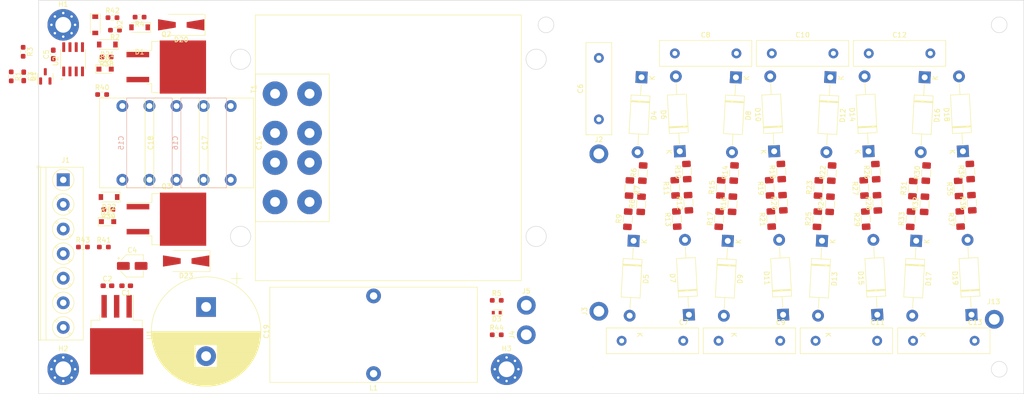
<source format=kicad_pcb>
(kicad_pcb (version 20211014) (generator pcbnew)
  (layers (0 "F.Cu" signal) (31 "B.Cu" signal) (34 "B.Paste" user) (35 "F.Paste" user) (36 "B.SilkS" user "B.Silkscreen") (37 "F.SilkS" user "F.Silkscreen") (38 "B.Mask" user) (39 "F.Mask" user) (44 "Edge.Cuts" user))
  (net 0 "")
  (net 1 "VCC")
  (net 2 "GND")
  (net 3 "+12V")
  (net 4 "Net-(C3-Pad1)")
  (net 5 "/HV_AC")
  (net 6 "Net-(C6-Pad2)")
  (net 7 "Net-(C7-Pad1)")
  (net 8 "Net-(C7-Pad2)")
  (net 9 "Net-(C10-Pad1)")
  (net 10 "Net-(C11-Pad1)")
  (net 11 "Net-(C10-Pad2)")
  (net 12 "Net-(C11-Pad2)")
  (net 13 "Net-(C12-Pad2)")
  (net 14 "/HV_OUT")
  (net 15 "/T_A")
  (net 16 "/T_B")
  (net 17 "VBUS")
  (net 18 "Net-(D1-Pad1)")
  (net 19 "GND1")
  (net 20 "Net-(D6-Pad1)")
  (net 21 "Net-(D16-Pad2)")
  (net 22 "Net-(J1-Pad5)")
  (net 23 "/T_TAP")
  (net 24 "Net-(R6-Pad1)")
  (net 25 "Net-(R7-Pad1)")
  (net 26 "Net-(R8-Pad1)")
  (net 27 "Net-(R10-Pad1)")
  (net 28 "Net-(R11-Pad1)")
  (net 29 "Net-(R12-Pad1)")
  (net 30 "Net-(R14-Pad1)")
  (net 31 "Net-(R15-Pad1)")
  (net 32 "Net-(R16-Pad1)")
  (net 33 "Net-(R18-Pad1)")
  (net 34 "Net-(R19-Pad1)")
  (net 35 "Net-(R20-Pad1)")
  (net 36 "Net-(R22-Pad1)")
  (net 37 "Net-(R23-Pad1)")
  (net 38 "Net-(R24-Pad1)")
  (net 39 "Net-(R26-Pad1)")
  (net 40 "Net-(R27-Pad1)")
  (net 41 "Net-(R28-Pad1)")
  (net 42 "Net-(R30-Pad1)")
  (net 43 "Net-(R31-Pad1)")
  (net 44 "Net-(R32-Pad1)")
  (net 45 "Net-(R34-Pad1)")
  (net 46 "Net-(R35-Pad1)")
  (net 47 "Net-(R36-Pad1)")
  (net 48 "Net-(D4-Pad2)")
  (net 49 "Net-(D8-Pad2)")
  (net 50 "Net-(D10-Pad1)")
  (net 51 "Net-(D12-Pad2)")
  (net 52 "Net-(D14-Pad1)")
  (net 53 "Net-(D18-Pad1)")
  (net 54 "Net-(D19-Pad2)")
  (net 55 "Net-(D5-Pad1)")
  (net 56 "Net-(D7-Pad2)")
  (net 57 "Net-(D9-Pad1)")
  (net 58 "Net-(D11-Pad2)")
  (net 59 "Net-(D13-Pad1)")
  (net 60 "Net-(D15-Pad2)")
  (net 61 "Net-(D17-Pad1)")
  (net 62 "Net-(D23-Pad2)")
  (net 63 "Net-(D2-Pad1)")
  (net 64 "Net-(D20-Pad2)")
  (net 65 "Net-(D21-Pad2)")
  (net 66 "Net-(D21-Pad1)")
  (net 67 "Net-(D22-Pad1)")
  (net 68 "Net-(D22-Pad2)")
  (footprint "Diode_THT:D_DO-15_P15.24mm_Horizontal" (layer "F.Cu") (at 159.026243 68.889968 -93)
    (fp_text reference "D13" (at 7.62 -2.92 87) (layer "F.SilkS"))
    (fp_text value "D")
    (fp_text user "K" (at 0 -2.2 87) (layer "F.SilkS"))
    (pad "1" thru_hole rect (at 0 0 267) (size 2.4 2.4) (drill 1.2) (layers *.Cu *.Mask) (net 59 "Net-(D13-Pad1)"))
    (pad "2" thru_hole oval (at 15.24 0 267) (size 2.4 2.4) (drill 1.2) (layers *.Cu *.Mask) (net 10 "Net-(C11-Pad1)"))
  )
  (footprint "HV_caps:HVC-30KV-D17-F12.5-102K" (layer "F.Cu") (at 129.154466 30.801376)
    (fp_text reference "C8" (at 6.25 -3.75) (layer "F.SilkS"))
    (fp_text value "C")
    (pad "1" thru_hole circle (at 0 0) (size 2 2) (drill 1) (layers *.Cu *.Mask) (net 6 "Net-(C6-Pad2)"))
    (pad "2" thru_hole circle (at 12.5 0) (size 2 2) (drill 1) (layers *.Cu *.Mask) (net 9 "Net-(C10-Pad1)"))
  )
  (footprint "Capacitor_SMD:C_0603_1608Metric_Pad1.08x0.95mm_HandSolder" (layer "F.Cu") (at -3.02 35.475 -90)
    (fp_text reference "C3" (at 0 -1.43 -270) (layer "F.SilkS"))
    (fp_text value "1u")
    (pad "1" smd roundrect (at -0.8625 0 270) (size 1.075 0.95) (layers "F.Cu" "F.Paste" "F.Mask") (net 4 "Net-(C3-Pad1)"))
    (pad "2" smd roundrect (at 0.8625 0 270) (size 1.075 0.95) (layers "F.Cu" "F.Paste" "F.Mask") (net 2 "GND"))
  )
  (footprint "Package_TO_SOT_SMD:TO-263-3_TabPin2" (layer "F.Cu") (at 15.84 87.985 -90)
    (fp_text reference "U1" (at 0 -6.65 90) (layer "F.SilkS"))
    (fp_text value "L7812")
    (pad "1" smd rect (at -5.775 -2.54 270) (size 4.6 1.1) (layers "F.Cu" "F.Paste" "F.Mask") (net 1 "VCC"))
    (pad "2" smd rect (at -5.775 0 270) (size 4.6 1.1) (layers "F.Cu" "F.Paste" "F.Mask") (net 2 "GND"))
    (pad "2" smd rect (at 3.375 0 270) (size 9.4 10.8) (layers "F.Cu" "F.Mask") (net 2 "GND"))
    (pad "3" smd rect (at -5.775 2.54 270) (size 4.6 1.1) (layers "F.Cu" "F.Paste" "F.Mask") (net 3 "+12V"))
  )
  (footprint "MountingHole:MountingHole_3.2mm_M3_Pad_Via" (layer "F.Cu") (at 5 95)
    (fp_text reference "H2" (at 0 -4.2) (layer "F.SilkS"))
    (fp_text value "MountingHole_Pad")
    (pad "1" thru_hole circle (at -2.4 0) (size 0.8 0.8) (drill 0.5) (layers *.Cu *.Mask) (net 2 "GND"))
    (pad "1" thru_hole circle (at 2.4 0) (size 0.8 0.8) (drill 0.5) (layers *.Cu *.Mask) (net 2 "GND"))
    (pad "1" thru_hole circle (at -1.697056 -1.697056) (size 0.8 0.8) (drill 0.5) (layers *.Cu *.Mask) (net 2 "GND"))
    (pad "1" thru_hole circle (at 0 0) (size 6.4 6.4) (drill 3.2) (layers *.Cu *.Mask) (net 2 "GND"))
    (pad "1" thru_hole circle (at 0 2.4) (size 0.8 0.8) (drill 0.5) (layers *.Cu *.Mask) (net 2 "GND"))
    (pad "1" thru_hole circle (at 0 -2.4) (size 0.8 0.8) (drill 0.5) (layers *.Cu *.Mask) (net 2 "GND"))
    (pad "1" thru_hole circle (at -1.697056 1.697056) (size 0.8 0.8) (drill 0.5) (layers *.Cu *.Mask) (net 2 "GND"))
    (pad "1" thru_hole circle (at 1.697056 1.697056) (size 0.8 0.8) (drill 0.5) (layers *.Cu *.Mask) (net 2 "GND"))
    (pad "1" thru_hole circle (at 1.697056 -1.697056) (size 0.8 0.8) (drill 0.5) (layers *.Cu *.Mask) (net 2 "GND"))
  )
  (footprint "Diode_SMD:D_SOD-523" (layer "F.Cu") (at 93 83.5 180)
    (fp_text reference "D3" (at 0 -1.3) (layer "F.SilkS"))
    (fp_text value "DZ2S150X0L")
    (pad "1" smd rect (at -0.7 0) (size 0.6 0.7) (layers "F.Cu" "F.Paste" "F.Mask") (net 7 "Net-(C7-Pad1)"))
    (pad "2" smd rect (at 0.7 0) (size 0.6 0.7) (layers "F.Cu" "F.Paste" "F.Mask") (net 19 "GND1"))
  )
  (footprint "Diode_SMD:D_SMA-SMB_Universal_Handsoldering" (layer "F.Cu") (at 29.945 73 180)
    (fp_text reference "D23" (at 0 -3) (layer "F.SilkS"))
    (fp_text value "ES1J")
    (pad "1" smd trapezoid (at -2.9 0 180) (size 3.6 1.7) (rect_delta 0.6 0) (layers "F.Cu" "F.Paste" "F.Mask") (net 16 "/T_B"))
    (pad "2" smd trapezoid (at 2.9 0) (size 3.6 1.7) (rect_delta 0.6 0) (layers "F.Cu" "F.Paste" "F.Mask") (net 62 "Net-(D23-Pad2)"))
  )
  (footprint "Package_TO_SOT_SMD:TO-263-2" (layer "F.Cu") (at 25.945 64.5)
    (fp_text reference "Q3" (at 0 -6.65) (layer "F.SilkS"))
    (fp_text value "IRFS4227")
    (pad "1" smd rect (at -5.775 -2.54) (size 4.6 1.1) (layers "F.Cu" "F.Paste" "F.Mask") (net 68 "Net-(D22-Pad2)"))
    (pad "2" smd rect (at 3.375 0) (size 9.4 10.8) (layers "F.Cu" "F.Mask") (net 16 "/T_B"))
    (pad "3" smd rect (at -5.775 2.54) (size 4.6 1.1) (layers "F.Cu" "F.Paste" "F.Mask") (net 2 "GND"))
  )
  (footprint "HV_xformer:UY12" (layer "F.Cu") (at 71 50)
    (fp_text reference "T1" (at -27.305 -11.965 90 unlocked) (layer "F.SilkS"))
    (fp_text value "UY12")
    (pad "1" thru_hole circle (at -16 -11) (size 5 5) (drill 2) (layers *.Cu *.Mask) (net 15 "/T_A"))
    (pad "1" thru_hole circle (at -23 -11) (size 5 5) (drill 2) (layers *.Cu *.Mask) (net 15 "/T_A"))
    (pad "2" thru_hole circle (at -16 -3) (size 5 5) (drill 2) (layers *.Cu *.Mask) (net 23 "/T_TAP"))
    (pad "2" thru_hole circle (at -23 -3) (size 5 5) (drill 2) (layers *.Cu *.Mask) (net 23 "/T_TAP"))
    (pad "3" thru_hole circle (at -23 3) (size 5 5) (drill 2) (layers *.Cu *.Mask) (net 23 "/T_TAP"))
    (pad "3" thru_hole circle (at -16 3) (size 5 5) (drill 2) (layers *.Cu *.Mask) (net 23 "/T_TAP"))
    (pad "4" thru_hole circle (at -23 11) (size 5 5) (drill 2) (layers *.Cu *.Mask) (net 16 "/T_B"))
    (pad "4" thru_hole circle (at -16 11) (size 5 5) (drill 2) (layers *.Cu *.Mask) (net 16 "/T_B"))
  )
  (footprint "Capacitor_THT:C_Rect_L18.0mm_W9.0mm_P15.00mm_FKS3_FKP3" (layer "F.Cu") (at 17 41.5 -90)
    (fp_text reference "C18" (at 7.5 -5.75 -90) (layer "F.SilkS"))
    (fp_text value "330n")
    (pad "1" thru_hole circle (at 0 0 270) (size 2.4 2.4) (drill 1.2) (layers *.Cu *.Mask) (net 15 "/T_A"))
    (pad "2" thru_hole circle (at 15 0 270) (size 2.4 2.4) (drill 1.2) (layers *.Cu *.Mask) (net 16 "/T_B"))
  )
  (footprint "Resistor_SMD:R_1206_3216Metric_Pad1.30x1.75mm_HandSolder" (layer "F.Cu") (at 151.101763 61.158532 93)
    (fp_text reference "R20" (at 0 -1.82 93) (layer "F.SilkS"))
    (fp_text value "10k")
    (pad "1" smd roundrect (at -1.55 0 93) (size 1.3 1.75) (layers "F.Cu" "F.Paste" "F.Mask") (roundrect_rratio 0.192308) (net 35 "Net-(R20-Pad1)"))
    (pad "2" smd roundrect (at 1.55 0 93) (size 1.3 1.75) (layers "F.Cu" "F.Paste" "F.Mask") (roundrect_rratio 0.192308) (net 34 "Net-(R19-Pad1)"))
  )
  (footprint "MountingHole:MountingHole_2.2mm_M2_DIN965_Pad" (layer "F.Cu") (at 99 88 90)
    (fp_text reference "J4" (at 0 -2.9 90) (layer "F.SilkS"))
    (fp_text value "MountingHole_Pad" hide)
    (pad "1" thru_hole circle (at 0 0 90) (size 3.8 3.8) (drill 2.2) (layers *.Cu *.Mask) (net 19 "GND1"))
  )
  (footprint "HV_caps:HVC-30KV-D17-F12.5-102K" (layer "F.Cu") (at 168.524466 30.801376)
    (fp_text reference "C12" (at 6.25 -3.75) (layer "F.SilkS"))
    (fp_text value "C")
    (pad "1" thru_hole circle (at 0 0) (size 2 2) (drill 1) (layers *.Cu *.Mask) (net 11 "Net-(C10-Pad2)"))
    (pad "2" thru_hole circle (at 12.5 0) (size 2 2) (drill 1) (layers *.Cu *.Mask) (net 13 "Net-(C12-Pad2)"))
  )
  (footprint "Capacitor_SMD:C_0603_1608Metric_Pad1.08x0.95mm_HandSolder" (layer "F.Cu") (at 17.78 78.035 180)
    (fp_text reference "C1" (at 0 -1.43) (layer "F.SilkS"))
    (fp_text value "330n")
    (pad "1" smd roundrect (at -0.8625 0 180) (size 1.075 0.95) (layers "F.Cu" "F.Paste" "F.Mask") (net 1 "VCC"))
    (pad "2" smd roundrect (at 0.8625 0 180) (size 1.075 0.95) (layers "F.Cu" "F.Paste" "F.Mask") (net 2 "GND"))
  )
  (footprint "Resistor_SMD:R_1206_3216Metric_Pad1.30x1.75mm_HandSolder" (layer "F.Cu") (at 140.856909 61.458687 87)
    (fp_text reference "R16" (at 0 -1.82 87) (layer "F.SilkS"))
    (fp_text value "10k")
    (pad "1" smd roundrect (at -1.55 0 87) (size 1.3 1.75) (layers "F.Cu" "F.Paste" "F.Mask") (roundrect_rratio 0.192308) (net 32 "Net-(R16-Pad1)"))
    (pad "2" smd roundrect (at 1.55 0 87) (size 1.3 1.75) (layers "F.Cu" "F.Paste" "F.Mask") (roundrect_rratio 0.192308) (net 31 "Net-(R15-Pad1)"))
  )
  (footprint "Diode_SMD:D_SOD-123" (layer "F.Cu") (at 13.945 29 180)
    (fp_text reference "D21" (at 0 -2) (layer "F.SilkS"))
    (fp_text value "1N4148W")
    (pad "1" smd rect (at -1.65 0 180) (size 0.9 1.2) (layers "F.Cu" "F.Paste" "F.Mask") (net 66 "Net-(D21-Pad1)"))
    (pad "2" smd rect (at 1.65 0 180) (size 0.9 1.2) (layers "F.Cu" "F.Paste" "F.Mask") (net 65 "Net-(D21-Pad2)"))
  )
  (footprint "Resistor_SMD:R_0603_1608Metric_Pad0.98x0.95mm_HandSolder" (layer "F.Cu") (at 13.8075 31.54 180)
    (fp_text reference "R38" (at 0 -1.43) (layer "F.SilkS"))
    (fp_text value "10")
    (pad "1" smd roundrect (at -0.9125 0 180) (size 0.975 0.95) (layers "F.Cu" "F.Paste" "F.Mask") (net 65 "Net-(D21-Pad2)"))
    (pad "2" smd roundrect (at 0.9125 0 180) (size 0.975 0.95) (layers "F.Cu" "F.Paste" "F.Mask") (net 66 "Net-(D21-Pad1)"))
  )
  (footprint "Resistor_SMD:R_1206_3216Metric_Pad1.30x1.75mm_HandSolder" (layer "F.Cu") (at 122.314541 61.472754 87)
    (fp_text reference "R8" (at 0 -1.82 87) (layer "F.SilkS"))
    (fp_text value "10k")
    (pad "1" smd roundrect (at -1.55 0 87) (size 1.3 1.75) (layers "F.Cu" "F.Paste" "F.Mask") (roundrect_rratio 0.192308) (net 26 "Net-(R8-Pad1)"))
    (pad "2" smd roundrect (at 1.55 0 87) (size 1.3 1.75) (layers "F.Cu" "F.Paste" "F.Mask") (roundrect_rratio 0.192308) (net 25 "Net-(R7-Pad1)"))
  )
  (footprint "Resistor_SMD:R_1206_3216Metric_Pad1.30x1.75mm_HandSolder" (layer "F.Cu") (at 150.76943 54.817235 93)
    (fp_text reference "R18" (at 0 -1.82 93) (layer "F.SilkS"))
    (fp_text value "10k")
    (pad "1" smd roundrect (at -1.55 0 93) (size 1.3 1.75) (layers "F.Cu" "F.Paste" "F.Mask") (roundrect_rratio 0.192308) (net 33 "Net-(R18-Pad1)"))
    (pad "2" smd roundrect (at 1.55 0 93) (size 1.3 1.75) (layers "F.Cu" "F.Paste" "F.Mask") (roundrect_rratio 0.192308) (net 50 "Net-(D10-Pad1)"))
  )
  (footprint "MountingHole:MountingHole_3.2mm_M3_Pad_Via" (layer "F.Cu") (at 95 95)
    (fp_text reference "H3" (at 0 -4.2) (layer "F.SilkS"))
    (fp_text value "MountingHole_Pad")
    (pad "1" thru_hole circle (at -1.697056 1.697056) (size 0.8 0.8) (drill 0.5) (layers *.Cu *.Mask) (net 2 "GND"))
    (pad "1" thru_hole circle (at -2.4 0) (size 0.8 0.8) (drill 0.5) (layers *.Cu *.Mask) (net 2 "GND"))
    (pad "1" thru_hole circle (at 1.697056 -1.697056) (size 0.8 0.8) (drill 0.5) (layers *.Cu *.Mask) (net 2 "GND"))
    (pad "1" thru_hole circle (at -1.697056 -1.697056) (size 0.8 0.8) (drill 0.5) (layers *.Cu *.Mask) (net 2 "GND"))
    (pad "1" thru_hole circle (at 0 2.4) (size 0.8 0.8) (drill 0.5) (layers *.Cu *.Mask) (net 2 "GND"))
    (pad "1" thru_hole circle (at 0 -2.4) (size 0.8 0.8) (drill 0.5) (layers *.Cu *.Mask) (net 2 "GND"))
    (pad "1" thru_hole circle (at 0 0) (size 6.4 6.4) (drill 3.2) (layers *.Cu *.Mask) (net 2 "GND"))
    (pad "1" thru_hole circle (at 2.4 0) (size 0.8 0.8) (drill 0.5) (layers *.Cu *.Mask) (net 2 "GND"))
    (pad "1" thru_hole circle (at 1.697056 1.697056) (size 0.8 0.8) (drill 0.5) (layers *.Cu *.Mask) (net 2 "GND"))
  )
  (footprint "Package_TO_SOT_SMD:SOT-23" (layer "F.Cu") (at 1.36 35.475 90)
    (fp_text reference "Q1" (at 0 -2.4 90) (layer "F.SilkS"))
    (fp_text value "2N7002")
    (pad "1" smd roundrect (at -0.9375 -0.95 90) (size 1.475 0.6) (layers "F.Cu" "F.Paste" "F.Mask") (net 63 "Net-(D2-Pad1)"))
    (pad "2" smd roundrect (at -0.9375 0.95 90) (size 1.475 0.6) (layers "F.Cu" "F.Paste" "F.Mask") (net 2 "GND"))
    (pad "3" smd roundrect (at 0.9375 0 90) (size 1.475 0.6) (layers "F.Cu" "F.Paste" "F.Mask") (net 18 "Net-(D1-Pad1)"))
  )
  (footprint "Resistor_SMD:R_1206_3216Metric_Pad1.30x1.75mm_HandSolder" (layer "F.Cu") (at 148.731411 64.462114 93)
    (fp_text reference "R21" (at 0 -1.82 93) (layer "F.SilkS"))
    (fp_text value "10k")
    (pad "1" smd roundrect (at -1.55 0 93) (size 1.3 1.75) (layers "F.Cu" "F.Paste" "F.Mask") (roundrect_rratio 0.192308) (net 58 "Net-(D11-Pad2)"))
    (pad "2" smd roundrect (at 1.55 0 93) (size 1.3 1.75) (layers "F.Cu" "F.Paste" "F.Mask") (roundrect_rratio 0.192308) (net 35 "Net-(R20-Pad1)"))
  )
  (footprint "Capacitor_SMD:C_0603_1608Metric_Pad1.08x0.95mm_HandSolder" (layer "F.Cu") (at 2.9775 31.015 90)
    (fp_text reference "C5" (at 0 -1.43 90) (layer "F.SilkS"))
    (fp_text value "100n")
    (pad "1" smd roundrect (at -0.8625 0 90) (size 1.075 0.95) (layers "F.Cu" "F.Paste" "F.Mask") (net 3 "+12V"))
    (pad "2" smd roundrect (at 0.8625 0 90) (size 1.075 0.95) (layers "F.Cu" "F.Paste" "F.Mask") (net 2 "GND"))
  )
  (footprint "Resistor_SMD:R_1206_3216Metric_Pad1.30x1.75mm_HandSolder" (layer "F.Cu") (at 177.468454 58.299321 87)
    (fp_text reference "R31" (at 0 -1.82 87) (layer "F.SilkS"))
    (fp_text value "10k")
    (pad "1" smd roundrect (at -1.55 0 87) (size 1.3 1.75) (layers "F.Cu" "F.Paste" "F.Mask") (roundrect_rratio 0.192308) (net 43 "Net-(R31-Pad1)"))
    (pad "2" smd roundrect (at 1.55 0 87) (size 1.3 1.75) (layers "F.Cu" "F.Paste" "F.Mask") (roundrect_rratio 0.192308) (net 42 "Net-(R30-Pad1)"))
  )
  (footprint "Resistor_SMD:R_1206_3216Metric_Pad1.30x1.75mm_HandSolder" (layer "F.Cu") (at 129.222115 58.122241 93)
    (fp_text reference "R11" (at 0 -1.82 93) (layer "F.SilkS"))
    (fp_text value "10k")
    (pad "1" smd roundrect (at -1.55 0 93) (size 1.3 1.75) (layers "F.Cu" "F.Paste" "F.Mask") (roundrect_rratio 0.192308) (net 28 "Net-(R11-Pad1)"))
    (pad "2" smd roundrect (at 1.55 0 93) (size 1.3 1.75) (layers "F.Cu" "F.Paste" "F.Mask") (roundrect_rratio 0.192308) (net 27 "Net-(R10-Pad1)"))
  )
  (footprint "Capacitor_SMD:CP_Elec_4x5.3" (layer "F.Cu") (at 19 74)
    (fp_text reference "C4" (at 0 -3.2) (layer "F.SilkS"))
    (fp_text value "10u")
    (pad "1" smd roundrect (at -1.8 0) (size 2.6 1.6) (layers "F.Cu" "F.Paste" "F.Mask") (roundrect_rratio 0.15625) (net 3 "+12V"))
    (pad "2" smd roundrect (at 1.8 0) (size 2.6 1.6) (layers "F.Cu" "F.Paste" "F.Mask") (roundrect_rratio 0.15625) (net 2 "GND"))
  )
  (footprint "MountingHole:MountingHole_2.2mm_M2_DIN965_Pad" (layer "F.Cu") (at 113.729466 51.221376)
    (fp_text reference "J2" (at 0 -2.9) (layer "F.SilkS"))
    (fp_text value "AC_HV_1" hide)
    (pad "1" thru_hole circle (at 0 0) (size 3.8 3.8) (drill 2.2) (layers *.Cu *.Mask) (net 5 "/HV_AC"))
  )
  (footprint "Diode_THT:D_DO-15_P15.24mm_Horizontal" (layer "F.Cu") (at 149.318065 50.696546 93)
    (fp_text reference "D10" (at 7.62 -2.92 93) (layer "F.SilkS"))
    (fp_text value "D")
    (fp_text user "K" (at 0 -2.2 93) (layer "F.SilkS"))
    (pad "1" thru_hole rect (at 0 0 93) (size 2.4 2.4) (drill 1.2) (layers *.Cu *.Mask) (net 50 "Net-(D10-Pad1)"))
    (pad "2" thru_hole oval (at 15.24 0 93) (size 2.4 2.4) (drill 1.2) (layers *.Cu *.Mask) (net 9 "Net-(C10-Pad1)"))
  )
  (footprint "HV_caps:HVC-30KV-D17-F12.5-102K" (layer "F.Cu") (at 157.729466 89.221376)
    (fp_text reference "C11" (at 12.6 -3.75) (layer "F.SilkS"))
    (fp_text value "C")
    (pad "1" thru_hole circle (at 0 0) (size 2 2) (drill 1) (layers *.Cu *.Mask) (net 10 "Net-(C11-Pad1)"))
    (pad "2" thru_hole circle (at 12.5 0) (size 2 2) (drill 1) (layers *.Cu *.Mask) (net 12 "Net-(C11-Pad2)"))
  )
  (footprint "Resistor_SMD:R_0603_1608Metric_Pad0.98x0.95mm_HandSolder" (layer "F.Cu") (at 93 81)
    (fp_text reference "R5" (at 0 -1.43) (layer "F.SilkS"))
    (fp_text value "100")
    (pad "1" smd roundrect (at -0.9125 0) (size 0.975 0.95) (layers "F.Cu" "F.Paste" "F.Mask") (net 19 "GND1"))
    (pad "2" smd roundrect (at 0.9125 0) (size 0.975 0.95) (layers "F.Cu" "F.Paste" "F.Mask") (net 7 "Net-(C7-Pad1)"))
  )
  (footprint "Diode_THT:D_DO-15_P15.24mm_Horizontal" (layer "F.Cu") (at 170.25457 83.922571 93)
    (fp_text reference "D15" (at 7.62 -2.92 93) (layer "F.SilkS"))
    (fp_text value "D")
    (fp_text user "K" (at -3.556 -10.196285 93) (layer "F.SilkS"))
    (pad "1" thru_hole rect (at 0 0 93) (size 2.4 2.4) (drill 1.2) (layers *.Cu *.Mask) (net 12 "Net-(C11-Pad2)"))
    (pad "2" thru_hole oval (at 15.24 0 93) (size 2.4 2.4) (drill 1.2) (layers *.Cu *.Mask) (net 60 "Net-(D15-Pad2)"))
  )
  (footprint "Diode_THT:D_DO-15_P15.24mm_Horizontal" (layer "F.Cu") (at 132.009356 83.919723 93)
    (fp_text reference "D7" (at 7.62 -2.92 93) (layer "F.SilkS"))
    (fp_text value "D")
    (fp_text user "K" (at -3.556 -10.196285 93) (layer "F.SilkS"))
    (pad "1" thru_hole rect (at 0 0 93) (size 2.4 2.4) (drill 1.2) (layers *.Cu *.Mask) (net 8 "Net-(C7-Pad2)"))
    (pad "2" thru_hole oval (at 15.24 0 93) (size 2.4 2.4) (drill 1.2) (layers *.Cu *.Mask) (net 56 "Net-(D7-Pad2)"))
  )
  (footprint "Resistor_SMD:R_0603_1608Metric_Pad0.98x0.95mm_HandSolder" (layer "F.Cu") (at -5.56 35.475 -90)
    (fp_text reference "R1" (at 0 -1.43 -270) (layer "F.SilkS"))
    (fp_text value "1k")
    (pad "1" smd roundrect (at -0.9125 0 270) (size 0.975 0.95) (layers "F.Cu" "F.Paste" "F.Mask") (net 4 "Net-(C3-Pad1)"))
    (pad "2" smd roundrect (at 0.9125 0 270) (size 0.975 0.95) (layers "F.Cu" "F.Paste" "F.Mask") (net 22 "Net-(J1-Pad5)"))
  )
  (footprint "Resistor_SMD:R_0603_1608Metric_Pad0.98x0.95mm_HandSolder" (layer "F.Cu") (at 14.1575 62.54 180)
    (fp_text reference "R39" (at 0 -1.43) (layer "F.SilkS"))
    (fp_text value "10")
    (pad "1" smd roundrect (at -0.9125 0 180) (size 0.975 0.95) (layers "F.Cu" "F.Paste" "F.Mask") (net 67 "Net-(D22-Pad1)"))
    (pad "2" smd roundrect (at 0.9125 0 180) (size 0.975 0.95) (layers "F.Cu" "F.Paste" "F.Mask") (net 68 "Net-(D22-Pad2)"))
  )
  (footprint "HV_caps:HVC-30KV-D17-F12.5-102K" (layer "F.Cu") (at 118.359466 89.221376)
    (fp_text reference "C7" (at 12.6 -3.75) (layer "F.SilkS"))
    (fp_text value "C")
    (pad "1" thru_hole circle (at 0 0) (size 2 2) (drill 1) (layers *.Cu *.Mask) (net 7 "Net-(C7-Pad1)"))
    (pad "2" thru_hole circle (at 12.5 0) (size 2 2) (drill 1) (layers *.Cu *.Mask) (net 8 "Net-(C7-Pad2)"))
  )
  (footprint "Capacitor_THT:CP_Radial_D22.0mm_P10.00mm_SnapIn" (layer "F.Cu") (at 34 82.342169 -90)
    (fp_text reference "C19" (at 5 -12.25 90) (layer "F.SilkS"))
    (fp_text value "2200u")
    (pad "1" thru_hole rect (at 0 0 270) (size 4 4) (drill 2) (layers *.Cu *.Mask) (net 17 "VBUS"))
    (pad "2" thru_hole circle (at 10 0 270) (size 4 4) (drill 2) (layers *.Cu *.Mask) (net 2 "GND"))
  )
  (footprint "Diode_THT:D_DO-15_P15.24mm_Horizontal" (layer "F.Cu") (at 160.713316 35.65872 -93)
    (fp_text reference "D12" (at 7.62 -2.92 87) (layer "F.SilkS"))
    (fp_text value "D")
    (fp_text user "K" (at 0 -2.2 87) (layer "F.SilkS"))
    (pad "1" thru_hole rect (at 0 0 267) (size 2.4 2.4) (drill 1.2) (layers *.Cu *.Mask) (net 11 "Net-(C10-Pad2)"))
    (pad "2" thru_hole oval (at 15.24 0 267) (size 2.4 2.4) (drill 1.2) (layers *.Cu *.Mask) (net 51 "Net-(D12-Pad2)"))
  )
  (footprint "Capacitor_THT:C_Rect_L18.0mm_W9.0mm_P15.00mm_FKS3_FKP3" (layer "F.Cu") (at 28 41.5 -90)
    (fp_text reference "C17" (at 7.5 -5.75 -90) (layer "F.SilkS"))
    (fp_text value "330n")
    (pad "1" thru_hole circle (at 0 0 270) (size 2.4 2.4) (drill 1.2) (layers *.Cu *.Mask) (net 15 "/T_A"))
    (pad "2" thru_hole circle (at 15 0 270) (size 2.4 2.4) (drill 1.2) (layers *.Cu *.Mask) (net 16 "/T_B"))
  )
  (footprint "Diode_THT:D_DO-15_P15.24mm_Horizontal" (layer "F.Cu") (at 139.903096 68.911983 -93)
    (fp_text reference "D9" (at 7.62 -2.92 87) (layer "F.SilkS"))
    (fp_text value "D")
    (fp_text user "K" (at 0 -2.2 87) (layer "F.SilkS"))
    (pad "1" thru_hole rect (at 0 0 267) (size 2.4 2.4) (drill 1.2) (layers *.Cu *.Mask) (net 57 "Net-(D9-Pad1)"))
    (pad "2" thru_hole oval (at 15.24 0 267) (size 2.4 2.4) (drill 1.2) (layers *.Cu *.Mask) (net 8 "Net-(C7-Pad2)"))
  )
  (footprint "Resistor_SMD:R_0603_1608Metric_Pad0.98x0.95mm_HandSolder" (layer "F.Cu") (at 20.5 23.42 180)
    (fp_text reference "R4" (at 0 -1.43) (layer "F.SilkS"))
    (fp_text value "1k")
    (pad "1" smd roundrect (at -0.9125 0 180) (size 0.975 0.95) (layers "F.Cu" "F.Paste" "F.Mask") (net 63 "Net-(D2-Pad1)"))
    (pad "2" smd roundrect (at 0.9125 0 180) (size 0.975 0.95) (layers "F.Cu" "F.Paste" "F.Mask") (net 3 "+12V"))
  )
  (footprint "Resistor_SMD:R_1206_3216Metric_Pad1.30x1.75mm_HandSolder" (layer "F.Cu") (at 141.189242 55.117389 87)
    (fp_text reference "R14" (at 0 -1.82 87) (layer "F.SilkS"))
    (fp_text value "10k")
    (pad "1" smd roundrect (at -1.55 0 87) (size 1.3 1.75) (layers "F.Cu" "F.Paste" "F.Mask") (roundrect_rratio 0.192308) (net 30 "Net-(R14-Pad1)"))
    (pad "2" smd roundrect (at 1.55 0 87) (size 1.3 1.75) (layers "F.Cu" "F.Paste" "F.Mask") (roundrect_rratio 0.192308) (net 49 "Net-(D8-Pad2)"))
  )
  (footprint "Resistor_SMD:R_1206_3216Metric_Pad1.30x1.75mm_HandSolder" (layer "F.Cu") (at 187.085337 64.459266 93)
    (fp_text reference "R37" (at 0 -1.82 93) (layer "F.SilkS"))
    (fp_text value "10k")
    (pad "1" smd roundrect (at -1.55 0 93) (size 1.3 1.75) (layers "F.Cu" "F.Paste" "F.Mask") (roundrect_rratio 0.192308) (net 54 "Net-(D19-Pad2)"))
    (pad "2" smd roundrect (at 1.55 0 93) (size 1.3 1.75) (layers "F.Cu" "F.Paste" "F.Mask") (roundrect_rratio 0.192308) (net 47 "Net-(R36-Pad1)"))
  )
  (footprint "Resistor_SMD:R_1206_3216Metric_Pad1.30x1.75mm_HandSolder" (layer "F.Cu") (at 160.668541 61.472754 87)
    (fp_text reference "R24" (at 0 -1.82 87) (layer "F.SilkS"))
    (fp_text value "10k")
    (pad "1" smd roundrect (at -1.55 0 87) (size 1.3 1.75) (layers "F.Cu" "F.Paste" "F.Mask") (roundrect_rratio 0.192308) (net 38 "Net-(R24-Pad1)"))
    (pad "2" smd roundrect (at 1.55 0 87) (size 1.3 1.75) (layers "F.Cu" "F.Paste" "F.Mask") (roundrect_rratio 0.192308) (net 37 "Net-(R23-Pad1)"))
  )
  (footprint "Diode_THT:D_DO-15_P15.24mm_Horizontal" (layer "F.Cu") (at 187.635756 50.695596 93)
    (fp_text reference "D18" (at 7.62 -2.92 93) (layer "F.SilkS"))
    (fp_text value "D")
    (fp_text user "K" (at 0 -2.2 93) (layer "F.SilkS"))
    (pad "1" thru_hole rect (at 0 0 93) (size 2.4 2.4) (drill 1.2) (layers *.Cu *.Mask) (net 53 "Net-(D18-Pad1)"))
    (pad "2" thru_hole oval (at 15.24 0 93) (size 2.4 2.4) (drill 1.2) (layers *.Cu *.Mask) (net 13 "Net-(C12-Pad2)"))
  )
  (footprint "TPS2814D:SOIC127P599X175-8N" (layer "F.Cu") (at 7 32 90)
    (fp_text reference "U2" (at -0.385 -3.537 90) (layer "F.SilkS"))
    (fp_text value "TPS2814D")
    (pad "1" smd roundrect locked (at -2.47 -1.905 90) (size 1.97 0.6) (layers "F.Cu" "F.Paste" "F.Mask") (roundrect_rratio 0.125) (net 63 "Net-(D2-Pad1)"))
    (pad "2" smd roundrect locked (at -2.47 -0.635 90) (size 1.97 0.6) (layers "F.Cu" "F.Paste" "F.Mask") (roundrect_rratio 0.125) (net 4 "Net-(C3-Pad1)"))
    (pad "3" smd roundrect locked (at -2.47 0.635 90) (size 1.97 0.6) (layers "F.Cu" "F.Paste" "F.Mask") (roundrect_rratio 0.125) (net 18 "Net-(D1-Pad1)"))
    (pad "4" smd roundrect locked (at -2.47 1.905 90) (size 1.97 0.6) (layers "F.Cu" "F.Paste" "F.Mask") (roundrect_rratio 0.125) (net 4 "Net-(C3-Pad1)"))
    (pad "5" smd roundrect locked (at 2.47 1.905 90) (size 1.97 0.6) (layers "F.Cu" "F.Paste" "F.Mask") (roundrect_rratio 0.125) (net 67 "Net-(D22-Pad1)"))
    (pad "6" smd roundrect locked (at 2.47 0.635 90) (size 1.97 0.6) (layers "F.Cu" "F.Paste" "F.Mask") (roundrect_rratio 0.125) (net 3 "+12V"))
    (pad "7" smd roundrect locked (at 2.47 -0.635 90) (size 1.97 0.6) (layers "F.Cu" "F.Paste" "F.Mask") (roundrect_rratio 0.125) (net 66 "Net-(D21-Pad1)"))
    (pad "8" smd roundrect locked (at 2.47 -1.905 90) (size 1.97 0.6) (layers "F.Cu" "F.Paste" "F.Mask") (roundrect_rratio 0.125) (net 2 "GND"))
  )
  (footprint "Diode_THT:D_DO-15_P15.24mm_Horizontal" (layer "F.Cu") (at 130.159221 50.697021 93)
    (fp_text reference "D6" (at 7.62 -2.92 93) (layer "F.SilkS"))
    (fp_text value "D")
    (fp_text user "K" (at 0 -2.2 93) (layer "F.SilkS"))
    (pad "1" thru_hole rect (at 0 0 93) (size 2.4 2.4) (drill 1.2) (layers *.Cu *.Mask) (net 20 "Net-(D6-Pad1)"))
    (pad "2" thru_hole oval (at 15.24 0 93) (size 2.4 2.4) (drill 1.2) (layers *.Cu *.Mask) (net 6 "Net-(C6-Pad2)"))
  )
  (footprint "Diode_THT:D_DO-15_P15.24mm_Horizontal" (layer "F.Cu") (at 151.131963 83.921147 93)
    (fp_text reference "D11" (at 7.62 -2.92 93) (layer "F.SilkS"))
    (fp_text value "D")
    (fp_text user "K" (at -3.556 -10.196285 93) (layer "F.SilkS"))
    (pad "1" thru_hole rect (at 0 0 93) (size 2.4 2.4) (drill 1.2) (layers *.Cu *.Mask) (net 10 "Net-(C11-Pad1)"))
    (pad "2" thru_hole oval (at 15.24 0 93) (size 2.4 2.4) (drill 1.2) (layers *.Cu *.Mask) (net 58 "Net-(D11-Pad2)"))
  )
  (footprint "Package_TO_SOT_SMD:TO-263-2" (layer "F.Cu") (at 25.915 33.58)
    (fp_text reference "Q2" (at 0 -6.65) (layer "F.SilkS"))
    (fp_text value "IRFS4227")
    (pad "1" smd rect (at -5.775 -2.54) (size 4.6 1.1) (layers "F.Cu" "F.Paste" "F.Mask") (net 65 "Net-(D21-Pad2)"))
    (pad "2" smd rect (at 3.375 0) (size 9.4 10.8) (layers "F.Cu" "F.Mask") (net 15 "/T_A"))
    (pad "3" smd rect (at -5.775 2.54) (size 4.6 1.1) (layers "F.Cu" "F.Paste" "F.Mask") (net 2 "GND"))
  )
  (footprint "HV_caps:HVC-30KV-D17-F12.5-102K" (layer "F.Cu") (at 138.044466 89.221376)
    (fp_text reference "C9" (at 12.6 -3.75) (layer "F.SilkS"))
    (fp_text value "C")
    (pad "1" thru_hole circle (at 0 0) (size 2 2) (drill 1) (layers *.Cu *.Mask) (net 8 "Net-(C7-Pad2)"))
    (pad "2" thru_hole circle (at 12.5 0) (size 2 2) (drill 1) (layers *.Cu *.Mask) (net 10 "Net-(C11-Pad1)"))
  )
  (footprint "Resistor_SMD:R_1206_3216Metric_Pad1.30x1.75mm_HandSolder" (layer "F.Cu") (at 122.646874 55.131457 87)
    (fp_text reference "R6" (at 0 -1.82 87) (layer "F.SilkS"))
    (fp_text value "10k")
    (pad "1" smd roundrect (at -1.55 0 87) (size 1.3 1.75) (layers "F.Cu" "F.Paste" "F.Mask") (roundrect_rratio 0.192308) (net 24 "Net-(R6-Pad1)"))
    (pad "2" smd roundrect (at 1.55 0 87) (size 1.3 1.75) (layers "F.Cu" "F.Paste" "F.Mask") (roundrect_rratio 0.192308) (net 48 "Net-(D4-Pad2)"))
  )
  (footprint "Resistor_SMD:R_0603_1608Metric_Pad0.98x0.95mm_HandSolder" (layer "F.Cu") (at 9 70.16)
    (fp_text reference "R43" (at 0 -1.43) (layer "F.SilkS"))
    (fp_text value "100")
    (pad "1" smd roundrect (at -0.9125 0) (size 0.975 0.95) (layers "F.Cu" "F.Paste" "F.Mask") (net 63 "Net-(D2-Pad1)"))
    (pad "2" smd roundrect (at 0.9125 0) (size 0.975 0.95) (layers "F.Cu" "F.Paste" "F.Mask") (net 62 "Net-(D23-Pad2)"))
  )
  (footprint "Resistor_SMD:R_1206_3216Metric_Pad1.30x1.75mm_HandSolder" (layer "F.Cu") (at 170.280087 61.183072 93)
    (fp_text reference "R28" (at 0 -1.82 93) (layer "F.SilkS"))
    (fp_text value "10k")
    (pad "1" smd roundrect (at -1.55 0 93) (size 1.3 1.75) (layers "F.Cu" "F.Paste" "F.Mask") (roundrect_rratio 0.192308) (net 41 "Net-(R28-Pad1)"))
    (pad "2" smd roundrect (at 1.55 0 93) (size 1.3 1.75) (layers "F.Cu" "F.Paste" "F.Mask") (roundrect_rratio 0.192308) (net 40 "Net-(R27-Pad1)"))
  )
  (footprint "Resistor_SMD:R_1206_3216Metric_Pad1.30x1.75mm_HandSolder" (layer "F.Cu") (at 189.455689 61.155684 93)
    (fp_text reference "R36" (at 0 -1.82 93) (layer "F.SilkS"))
    (fp_text value "10k")
    (pad "1" smd roundrect (at -1.55 0 93) (size 1.3 1.75) (layers "F.Cu" "F.Paste" "F.Mask") (roundrect_rratio 0.192308) (net 47 "Net-(R36-Pad1)"))
    (pad "2" smd roundrect (at 1.55 0 93) (size 1.3 1.75) (layers "F.Cu" "F.Paste" "F.Mask") (roundrect_rratio 0.192308) (net 46 "Net-(R35-Pad1)"))
  )
  (footprint "Capacitor_THT:C_Rect_L18.0mm_W9.0mm_P15.00mm_FKS3_FKP3" (layer "F.Cu") (at 39 41.5 -90)
    (fp_text reference "C14" (at 7.5 -5.75 -90) (layer "F.SilkS"))
    (fp_text value "330n")
    (pad "1" thru_hole circle (at 0 0 270) (size 2.4 2.4) (drill 1.2) (layers *.Cu *.Mask) (net 15 "/T_A"))
    (pad "2" thru_hole circle (at 15 0 270) (size 2.4 2.4) (drill 1.2) (layers *.Cu *.Mask) (net 16 "/T_B"))
  )
  (footprint "Inductor_THT:L_Toroid_Vertical_L41.9mm_W19.1mm_P15.80mm_Vishay_TJ7" (layer "F.Cu") (at 68 95.9 180)
    (fp_text reference "L1" (at 0 -2.9) (layer "F.SilkS"))
    (fp_text value "100u")
    (pad "1" thru_hole circle (at 0 0 180) (size 3 3) (drill 1.5) (layers *.Cu *.Mask) (net 17 "VBUS"))
    (pad "2" thru_hole circle (at 0 15.8 180) (size 3 3) (drill 1.5) (layers *.Cu *.Mask) (net 23 "/T_TAP"))
  )
  (footprint "Resistor_SMD:R_1206_3216Metric_Pad1.30x1.75mm_HandSolder" (layer "F.Cu") (at 119.611855 64.51047 87)
    (fp_text reference "R9" (at 0 -1.82 87) (layer "F.SilkS"))
    (fp_text value "10k")
    (pad "1" smd roundrect (at -1.55 0 87) (size 1.3 1.75) (layers "F.Cu" "F.Paste" "F.Mask") (roundrect_rratio 0.192308) (net 55 "Net-(D5-Pad1)"))
    (pad "2" smd roundrect (at 1.55 0 87) (size 1.3 1.75) (layers "F.Cu" "F.Paste" "F.Mask") (roundrect_rratio 0.192308) (net 26 "Net-(R8-Pad1)"))
  )
  (footprint "Resistor_SMD:R_0603_1608Metric_Pad0.98x0.95mm_HandSolder" (layer "F.Cu") (at 12.895 39.16)
    (fp_text reference "R40" (at 0 -1.43) (layer "F.SilkS"))
    (fp_text value "10k")
    (pad "1" smd roundrect (at -0.9125 0) (size 0.975 0.95) (layers "F.Cu" "F.Paste" "F.Mask") (net 65 "Net-(D21-Pad2)"))
    (pad "2" smd roundrect (at 0.9125 0) (size 0.975 0.95) (layers "F.Cu" "F.Paste" "F.Mask") (net 2 "GND"))
  )
  (footprint "Resistor_SMD:R_0603_1608Metric_Pad0.98x0.95mm_HandSolder" (layer "F.Cu") (at -3.14 30.475 -90)
    (fp_text reference "R3" (at 0 -1.43 -270) (layer "F.SilkS"))
    (fp_text value "1k")
    (pad "1" smd roundrect (at -0.9125 0 270) (size 0.975 0.95) (layers "F.Cu" "F.Paste" "F.Mask") (net 18 "Net-(D1-Pad1)"))
    (pad "2" smd roundrect (at 0.9125 0 270) (size 0.975 0.95) (layers "F.Cu" "F.Paste" "F.Mask") (net 3 "+12V"))
  )
  (footprint "Resistor_SMD:R_1206_3216Metric_Pad1.30x1.75mm_HandSolder" (layer "F.Cu") (at 138.486557 58.155105 87)
    (fp_text reference "R15" (at 0 -1.82 87) (layer "F.SilkS"))
    (fp_text value "10k")
    (pad "1" smd roundrect (at -1.55 0 87) (size 1.3 1.75) (layers "F.Cu" "F.Paste" "F.Mask") (roundrect_rratio 0.192308) (net 31 "Net-(R15-Pad1)"))
    (pad "2" smd roundrect (at 1.55 0 87) (size 1.3 1.75) (layers "F.Cu" "F.Paste" "F.Mask") (roundrect_rratio 0.192308) (net 30 "Net-(R14-Pad1)"))
  )
  (footprint "Diode_THT:D_DO-15_P15.24mm_Horizontal" (layer "F.Cu") (at 178.1488 68.890443 -93)
    (fp_text reference "D17" (at 7.62 -2.92 87) (layer "F.SilkS"))
    (fp_text value "D")
    (fp_text user "K" (at 0 -2.2 87) (layer "F.SilkS"))
    (pad "1" thru_hole rect (at 0 0 267) (size 2.4 2.4) (drill 1.2) (layers *.Cu *.Mask) (net 61 "Net-(D17-Pad1)"))
    (pad "2" thru_hole oval (at 15.24 0 267) (size 2.4 2.4) (drill 1.2) (layers *.Cu *.Mask) (net 12 "Net-(C11-Pad2)"))
  )
  (footprint "Resistor_SMD:R_0603_1608Metric_Pad0.98x0.95mm_HandSolder" (layer "F.Cu") (at 15.5 26.08 180)
    (fp_text reference "R2" (at 0 -1.43) (layer "F.SilkS"))
    (fp_text value "470k")
    (pad "1" smd roundrect (at -0.9125 0 180) (size 0.975 0.95) (layers "F.Cu" "F.Paste" "F.Mask") (net 4 "Net-(C3-Pad1)"))
    (pad "2" smd roundrect (at 0.9125 0 180) (size 0.975 0.95) (layers "F.Cu" "F.Paste" "F.Mask") (net 3 "+12V"))
  )
  (footprint "Resistor_SMD:R_1206_3216Metric_Pad1.30x1.75mm_HandSolder" (layer "F.Cu") (at 158.092681 64.517116 87)
    (fp_text reference "R25" (at 0 -1.82 87) (layer "F.SilkS"))
    (fp_text value "10k")
    (pad "1" smd roundrect (at -1.55 0 87) (size 1.3 1.75) (layers "F.Cu" "F.Paste" "F.Mask") (roundrect_rratio 0.192308) (net 59 "Net-(D13-Pad1)"))
    (pad "2" smd roundrect (at 1.55 0 87) (size 1.3 1.75) (layers "F.Cu" "F.Paste" "F.Mask") (roundrect_rratio 0.192308) (net 38 "Net-(R24-Pad1)"))
  )
  (footprint "Diode_THT:D_DO-15_P15.24mm_Horizontal" (layer "F.Cu") (at 168.476909 50.696071 93)
    (fp_text reference "D14" (at 7.62 -2.92 93) (layer "F.SilkS"))
    (fp_text value "D")
    (fp_text user "K" (at 0 -2.2 93) (layer "F.SilkS"))
    (pad "1" thru_hole rect (at 0 0 93) (size 2.4 2.4) (drill 1.2) (layers *.Cu *.Mask) (net 52 "Net-(D14-Pad1)"))
    (pad "2" thru_hole oval (at 15.24 0 93) (size 2.4 2.4) (drill 1.2) (layers *.Cu *.Mask) (net 11 "Net-(C10-Pad2)"))
  )
  (footprint "Diode_THT:D_DO-15_P15.24mm_Horizontal" (layer "F.Cu") (at 179.87211 35.661094 -93)
    (fp_text reference "D16" (at 7.62 -2.92 87) (layer "F.SilkS"))
    (fp_text value "D")
    (fp_text user "K" (at 0 -2.2 87) (layer "F.SilkS"))
    (pad "1" thru_hole rect (at 0 0 267) (size 2.4 2.4) (drill 1.2) (layers *.Cu *.Mask) (net 13 "Net-(C12-Pad2)"))
    (pad "2" thru_hole oval (at 15.24 0 267) (size 2.4 2.4) (drill 1.2) (layers *.Cu *.Mask) (net 21 "Net-(D16-Pad2)"))
  )
  (footprint "Resistor_SMD:R_0603_1608Metric_Pad0.98x0.95mm_HandSolder" (layer "F.Cu") (at 15 23.54)
    (fp_text reference "R42" (at 0 -1.43) (layer "F.SilkS"))
    (fp_text value "100")
    (pad "1" smd roundrect (at -0.9125 0) (size 0.975 0.95) (layers "F.Cu" "F.Paste" "F.Mask") (net 18 "Net-(D1-Pad1)"))
    (pad "2" smd roundrect (at 0.9125 0) (size 0.975 0.95) (layers "F.Cu" "F.Paste" "F.Mask") (net 64 "Net-(D20-Pad2)"))
  )
  (footprint "Resistor_SMD:R_1206_3216Metric_Pad1.30x1.75mm_HandSolder" (layer "F.Cu") (at 169.947754 54.841775 93)
    (fp_text reference "R26" (at 0 -1.82 93) (layer "F.SilkS"))
    (fp_text value "10k")
    (pad "1" smd roundrect (at -1.55 0 93) (size 1.3 1.75) (layers "F.Cu" "F.Paste" "F.Mask") (roundrect_rratio 0.192308) (net 39 "Net-(R26-Pad1)"))
    (pad "2" smd roundrect (at 1.55 0 93) (size 1.3 1.75) (layers "F.Cu" "F.Paste" "F.Mask") (roundrect_rratio 0.192308) (net 52 "Net-(D14-Pad1)"))
  )
  (footprint "Resistor_SMD:R_1206_3216Metric_Pad1.30x1.75mm_HandSolder" (layer "F.Cu") (at 161.000874 55.131457 87)
    (fp_text reference "R22" (at 0 -1.82 87) (layer "F.SilkS"))
    (fp_text value "10k")
    (pad "1" smd roundrect (at -1.55 0 87) (size 1.3 1.75) (layers "F.Cu" "F.Paste" "F.Mask") (roundrect_rratio 0.192308) (net 36 "Net-(R22-Pad1)"))
    (pad "2" smd roundrect (at 1.55 0 87) (size 1.3 1.75) (layers "F.Cu" "F.Paste" "F.Mask") (roundrect_rratio 0.192308) (net 51 "Net-(D12-Pad2)"))
  )
  (footprint "Diode_THT:D_DO-15_P15.24mm_Horizontal" (layer "F.Cu") (at 189.377183 83.923995 93)
    (fp_text reference "D19" (at 7.62 -2.92 93) (layer "F.SilkS"))
    (fp_text value "D")
    (fp_text user "K" (at -3.556 -10.196285 93) (layer "F.SilkS"))
    (pad "1" thru_hole rect (at 0 0 93) (size 2.4 2.4) (drill 1.2) (layers *.Cu *.Mask) (net 14 "/HV_OUT"))
    (pad "2" thru_hole oval (at 15.24 0 93) (size 2.4 2.4) (drill 1.2) (layers *.Cu *.Mask) (net 54 "Net-(D19-Pad2)"))
  )
  (footprint "Resistor_SMD:R_1206_3216Metric_Pad1.30x1.75mm_HandSolder" (layer "F.Cu") (at 177.015942 64.507146 87)
    (fp_text reference "R33" (at 0 -1.82 87) (layer "F.SilkS"))
    (fp_text value "10k")
    (pad "1" smd roundrect (at -1.55 0 87) (size 1.3 1.75) (layers "F.Cu" "F.Paste" "F.Mask") (roundrect_rratio 0.192308) (net 61 "Net-(D17-Pad1)"))
    (pad "2" smd roundrect (at 1.55 0 87) (size 1.3 1.75) (layers "F.Cu" "F.Paste" "F.Mask") (roundrect_rratio 0.192308) (net 44 "Net-(R32-Pad1)"))
  )
  (footprint "Resistor_SMD:R_1206_3216Metric_Pad1.30x1.75mm_HandSolder" (layer "F.Cu") (at 131.592467 54.818659 93)
    (fp_text reference "R10" (at 0 -1.82 93) (layer "F.SilkS"))
    (fp_text value "10k")
    (pad "1" smd roundrect (at -1.55 0 93) (size 1.3 1.75) (layers "F.Cu" "F.Paste" "F.Mask") (roundrect_rratio 0.192308) (net 27 "Net-(R10-Pad1)"))
    (pad "2" smd roundrect (at 1.55 0 93) (size 1.3 1.75) (layers "F.Cu" "F.Paste" "F.Mask") (roundrect_rratio 0.192308) (net 20 "Net-(D6-Pad1)"))
  )
  (footprint "Resistor_SMD:R_1206_3216Metric_Pad1.30x1.75mm_HandSolder" (layer "F.Cu") (at 129.554448 64.463539 93)
    (fp_text reference "R13" (at 0 -1.82 93) (layer "F.SilkS"))
    (fp_text value "10k")
    (pad "1" smd roundrect (at -1.55 0 93) (size 1.3 1.75) (layers "F.Cu" "F.Paste" "F.Mask") (roundrect_rratio 0.192308) (net 56 "Net-(D7-Pad2)"))
    (pad "2" smd roundrect (at 1.55 0 93) (size 1.3 1.75) (layers "F.Cu" "F.Paste" "F.Mask") (roundrect_rratio 0.192308) (net 29 "Net-(R12-Pad1)"))
  )
  (footprint "HV_caps:HVC-30KV-D17-F12.5-102K" (layer "F.Cu") (at 148.839466 30.801376)
    (fp_text reference "C10" (at 6.25 -3.75) (layer "F.SilkS"))
    (fp_text value "C")
    (pad "1" thru_hole circle (at 0 0) (size 2 2) (drill 1) (layers *.Cu *.Mask) (net 9 "Net-(C10-Pad1)"))
    (pad "2" thru_hole circle (at 12.5 0) (size 2 2) (drill 1) (layers *.Cu *.Mask) (net 11 "Net-(C10-Pad2)"))
  )
  (footprint "Resistor_SMD:R_0603_1608Metric_Pad0.98x0.95mm_HandSolder" (layer "F.Cu") (at 93 88)
    (fp_text reference "R44" (at 0 -1.43) (layer "F.SilkS"))
    (fp_text value "0")
    (pad "1" smd roundrect (at -0.9125 0) (size 0.975 0.95) (layers "F.Cu" "F.Paste" "F.Mask") (net 19 "GND1"))
    (pad "2" smd roundrect (at 0.9125 0) (size 0.975 0.95) (layers "F.Cu" "F.Paste" "F.Mask") (net 2 "GND"))
  )
  (footprint "Resistor_SMD:R_1206_3216Metric_Pad1.30x1.75mm_HandSolder" (layer "F.Cu") (at 189.123356 54.814386 93)
    (fp_text reference "R34" (at 0 -1.82 93) (layer "F.SilkS"))
    (fp_text value "10k")
    (pad "1" smd roundrect (at -1.55 0 93) (size 1.3 1.75) (layers "F.Cu" "F.Paste" "F.Mask") (roundrect_rratio 0.192308) (net 45 "Net-(R34-Pad1)"))
    (pad "2" smd roundrect (at 1.55 0 93) (size 1.3 1.75) (layers "F.Cu" "F.Paste" "F.Mask") (roundrect_rratio 0.192308) (net 53 "Net-(D18-Pad1)"))
  )
  (footprint "Resistor_SMD:R_1206_3216Metric_Pad1.30x1.75mm_HandSolder" (layer "F.Cu") (at 131.924801 61.159956 93)
    (fp_text reference "R12" (at 0 -1.82 93) (layer "F.SilkS"))
    (fp_text value "10k")
    (pad "1" smd roundrect (at -1.55 0 93) (size 1.3 1.75) (layers "F.Cu" "F.Paste" "F.Mask") (roundrect_rratio 0.192308) (net 29 "Net-(R12-Pad1)"))
    (pad "2" smd roundrect (at 1.55 0 93) (size 1.3 1.75) (layers "F.Cu" "F.Paste" "F.Mask") (roundrect_rratio 0.192308) (net 28 "Net-(R11-Pad1)"))
  )
  (footprint "Resistor_SMD:R_1206_3216Metric_Pad1.30x1.75mm_HandSolder" (layer "F.Cu") (at 186.75965 58.244794 93)
    (fp_text reference "R35" (at 0 -1.82 93) (layer "F.SilkS"))
    (fp_text value "10k")
    (pad "1" smd roundrect (at -1.55 0 93) (size 1.3 1.75) (layers "F.Cu" "F.Paste" "F.Mask") (roundrect_rratio 0.192308) (net 46 "Net-(R35-Pad1)"))
    (pad "2" smd roundrect (at 1.55 0 93) (size 1.3 1.75) (layers "F.Cu" "F.Paste" "F.Mask") (roundrect_rratio 0.192308) (net 45 "Net-(R34-Pad1)"))
  )
  (footprint "HV_caps:HVC-30KV-D17-F12.5-102K" (layer "F.Cu") (at 113.729466 44.221376 90)
    (fp_text reference "C6" (at 6.25 -3.75 90) (layer "F.SilkS"))
    (fp_text value "C")
    (pad "1" thru_hole circle (at 0 0 90) (size 2 2) (drill 1) (layers *.Cu *.Mask) (net 5 "/HV_AC"))
    (pad "2" thru_hole circle (at 12.5 0 90) (size 2 2) (drill 1) (layers *.Cu *.Mask) (net 6 "Net-(C6-Pad2)"))
  )
  (footprint "Diode_THT:D_DO-15_P15.24mm_Horizontal" (layer "F.Cu") (at 122.395554 35.660619 -93)
    (fp_text reference "D4" (at 7.62 -2.92 87) (layer "F.SilkS"))
    (fp_text value "D")
    (fp_text user "K" (at 0 -2.2 87) (layer "F.SilkS"))
    (pad "1" thru_hole rect (at 0 0 267) (size 2.4 2.4) (drill 1.2) (layers *.Cu *.Mask) (net 6 "Net-(C6-Pad2)"))
    (pad "2" thru_hole oval (at 15.24 0 267) (size 2.4 2.4) (drill 1.2) (layers *.Cu *.Mask) (net 48 "Net-(D4-Pad2)"))
  )
  (footprint "MountingHole:MountingHole_2.2mm_M2_DIN965_Pad" (layer "F.Cu") (at 194 84.850928)
    (fp_text reference "J13" (at -0.12789 -3.589834) (layer "F.SilkS"))
    (fp_text value "MountingHole_Pad" hide)
    (pad "1" thru_hole circle (at 0 0) (size 3.8 3.8) (drill 2.2) (layers *.Cu *.Mask) (net 14 "/HV_OUT"))
  )
  (footprint "Diode_SMD:D_SOD-123" (layer "F.Cu") (at 11.5 25 -90)
    (fp_text reference "D2" (at 0 -5 90) (layer "F.SilkS"))
    (fp_text value "1N4148W")
    (pad "1" smd rect (at -1.65 0 270) (size 0.9 1.2) (layers "F.Cu" "F.Paste" "F.Mask") (net 63 "Net-(D2-Pad1)"))
    (pad "2" smd rect (at 1.65 0 270) (size 0.9 1.2) (layers "F.Cu" "F.Paste" "F.Mask") (net 2 "GND"))
  )
  (footprint "HV_caps:HVC-30KV-D17-F12.5-102K" (layer "F.Cu") (at 177.514466 89.221376)
    (fp_text reference "C13" (at 12.6 -3.75) (layer "F.SilkS"))
    (fp_text value "C")
    (pad "1" thru_hole circle (at 0 0) (size 2 2) (drill 1) (layers *.Cu *.Mask) (net 12 "Net-(C11-Pad2)"))
    (pad "2" thru_hole circle (at 12.5 0) (size 2 2) (drill 1) (layers *.Cu *.Mask) (net 14 "/HV_OUT"))
  )
  (footprint "Resistor_SMD:R_1206_3216Metric_Pad1.30x1.75mm_HandSolder" (layer "F.Cu") (at 167.909735 64.486654 93)
    (fp_text reference "R29" (at 0 -1.82 93) (layer "F.SilkS"))
    (fp_text value "10k")
    (pad "1" smd roundrect (at -1.55 0 93) (size 1.3 1.75) (layers "F.Cu" "F.Paste" "F.Mask") (roundrect_rratio 0.192308) (net 60 "Net-(D15-Pad2)"))
    (pad "2" smd roundrect (at 1.55 0 93) (size 1.3 1.75) (layers "F.Cu" "F.Paste" "F.Mask") (roundrect_rratio 0.192308) (net 41 "Net-(R28-Pad1)"))
  )
  (footprint "MountingHole:MountingHole_2.2mm_M2_DIN965_Pad" (layer "F.Cu") (at 113.729466 83.221376 90)
    (fp_text reference "J3" (at 0 -2.9 90) (layer "F.SilkS"))
    (fp_text value "AC_HV_2" hide)
    (pad "1" thru_hole circle (at 0 0 90) (size 3.8 3.8) (drill 2.2) (layers *.Cu *.Mask) (net 7 "Net-(C7-Pad1)"))
  )
  (footprint "Resistor_SMD:R_1206_3216Metric_Pad1.30x1.75mm_HandSolder" (layer "F.Cu") (at 180.177787 55.13478 87)
    (fp_text reference "R30" (at 0 -1.82 87) (layer "F.SilkS"))
    (fp_text value "10k")
    (pad "1" smd roundrect (at -1.55 0 87) (size 1.3 1.75) (layers "F.Cu" "F.Paste" "F.Mask") (roundrect_rratio 0.192308) (net 42 "Net-(R30-Pad1)"))
    (pad "2" smd roundrect (at 1.55 0 87) (size 1.3 1.75) (layers "F.Cu" "F.Paste" "F.Mask") (roundrect_rratio 0.192308) (net 21 "Net-(D16-Pad2)"))
  )
  (footprint "Resistor_SMD:R_1206_3216Metric_Pad1.30x1.75mm_HandSolder" (layer "F.Cu") (at 167.577401 58.145357 93)
    (fp_text reference "R27" (at 0 -1.82 93) (layer "F.SilkS"))
    (fp_text value "10k")
    (pad "1" smd roundrect (at -1.55 0 93) (size 1.3 1.75) (layers "F.Cu" "F.Paste" "F.Mask") (roundrect_rratio 0.192308) (net 40 "Net-(R27-Pad1)"))
    (pad "2" smd roundrect (at 1.55 0 93) (size 1.3 1.75) (layers "F.Cu" "F.Paste" "F.Mask") (roundrect_rratio 0.192308) (net 39 "Net-(R26-Pad1)"))
  )
  (footprint "Resistor_SMD:R_0603_1608Metric_Pad0.98x0.95mm_HandSolder" (layer "F.Cu") (at 13.245 70.16)
    (fp_text reference "R41" (at 0 -1.43) (layer "F.SilkS"))
    (fp_text value "10k")
    (pad "1" smd roundrect (at -0.9125 0) (size 0.975 0.95) (layers "F.Cu" "F.Paste" "F.Mask") (net 2 "GND"))
    (pad "2" smd roundrect (at 0.9125 0) (size 0.975 0.95) (layers "F.Cu" "F.Paste" "F.Mask") (net 68 "Net-(D22-Pad2)"))
  )
  (footprint "MountingHole:MountingHole_2.2mm_M2_DIN965_Pad" (layer "F.Cu") (at 99 82)
    (fp_text reference "J5" (at 0 -2.9) (layer "F.SilkS"))
    (fp_text value "AC_HV_2")
    (pad "1" thru_hole circle (at 0 0) (size 3.8 3.8) (drill 2.2) (layers *.Cu *.Mask) (net 7 "Net-(C7-Pad1)"))
  )
  (footprint "Diode_THT:D_DO-15_P15.24mm_Horizontal" (layer "F.Cu") (at 141.553933 35.678836 -93)
    (fp_text reference "D8" (at 7.62 -2.92 87) (layer "F.SilkS"))
    (fp_text value "D")
    (fp_text user "K" (at 0 -2.2 87) (layer "F.SilkS"))
    (pad "1" thru_hole rect (at 0 0 267) (size 2.4 2.4) (drill 1.2) (layers *.Cu *.Mask) (net 9 "Net-(C10-Pad1)"))
    (pad "2" thru_hole oval (at 15.24 0 267) (size 2.4 2.4) (drill 1.2) (layers *.Cu *.Mask) (net 49 "Net-(D8-Pad2)"))
  )
  (footprint "Resistor_SMD:R_1206_3216Metric_Pad1.30x1.75mm_HandSolder" (layer "F.Cu") (at 158.298188 58.169172 87)
    (fp_text reference "R23" (at 0 -1.82 87) (layer "F.SilkS"))
    (fp_text value "10k")
    (pad "1" smd roundrect (at -1.55 0 87) (size 1.3 1.75) (layers "F.Cu" "F.Paste" "F.Mask") (roundrect_rratio 0.192308) (net 37 "Net-(R23-Pad1)"))
    (pad "2" smd roundrect (at 1.55 0 87) (size 1.3 1.75) (layers "F.Cu" "F.Paste" "F.Mask") (roundrect_rratio 0.192308) (net 36 "Net-(R22-Pad1)"))
  )
  (footprint "Capacitor_SMD:C_0603_1608Metric_Pad1.08x0.95mm_HandSolder" (layer "F.Cu") (at 13.97 78.035)
    (fp_text reference "C2" (at 0 -1.43) (layer "F.SilkS"))
    (fp_text value "100n")
    (pad "1" smd roundrect (at -0.8625 0) (size 1.075 0.95) (layers "F.Cu" "F.Paste" "F.Mask") (net 3 "+12V"))
    (pad "2" smd roundrect (at 0.8625 0) (size 1.075 0.95) (layers "F.Cu" "F.Paste" "F.Mask") (net 2 "GND"))
  )
  (footprint "Diode_SMD:D_SOD-123" (layer "F.Cu") (at 20.5 25.5 180)
    (fp_text reference "D1" (at 0 -5) (layer "F.SilkS"))
    (fp_text value "1N4148W")
    (pad "1" smd rect (at -1.65 0 180) (size 0.9 1.2) (layers "F.Cu" "F.Paste" "F.Mask") (net 18 "Net-(D1-Pad1)"))
    (pad "2" smd rect (at 1.65 0 180) (size 0.9 1.2) (layers "F.Cu" "F.Paste" "F.Mask") (net 2 "GND"))
  )
  (footprint "Diode_SMD:D_SOD-323_HandSoldering" (layer "F.Cu") (at 14 65)
    (fp_text reference "D25" (at 0 -1.85) (layer "F.SilkS"))
    (fp_text value "PJSD12W")
    (pad "1" smd rect (at -1.25 0) (size 1 1) (layers "F.Cu" "F.Paste" "F.Mask") (net 68 "Net-(D22-Pad2)"))
    (pad "2" smd rect (at 1.25 0) (size 1 1) (layers "F.Cu" "F.Paste" "F.Mask") (net 2 "GND"))
  )
  (footprint "Resistor_SMD:R_1206_3216Metric_Pad1.30x1.75mm_HandSolder" (layer "F.Cu") (at 138.154223 64.496402 87)
    (fp_text reference "R17" (at 0 -1.82 87) (layer "F.SilkS"))
    (fp_text value "10k")
    (pad "1" smd roundrect (at -1.55 0 87) (size 1.3 1.75) (layers "F.Cu" "F.Paste" "F.Mask") (roundrect_rratio 0.192308) (net 57 "Net-(D9-Pad1)"))
    (pad "2" smd roundrect (at 1.55 0 87) (size 1.3 1.75) (layers "F.Cu" "F.Paste" "F.Mask") (roundrect_rratio 0.192308) (net 32 "Net-(R16-Pad1)"))
  )
  (footprint "Diode_SMD:D_SMA-SMB_Universal_Handsoldering" (layer "F.Cu") (at 28.945 25 180)
    (fp_text reference "D20" (at 0 -3) (layer "F.SilkS"))
    (fp_text value "ES1J")
    (pad "1" smd trapezoid (at -2.9 0 180) (size 3.6 1.7) (rect_delta 0.6 0) (layers "F.Cu" "F.Paste" "F.Mask") (net 15 "/T_A"))
    (pad "2" smd trapezoid (at 2.9 0) (size 3.6 1.7) (rect_delta 0.6 0) (layers "F.Cu" "F.Paste" "F.Mask") (net 64 "Net-(D20-Pad2)"))
  )
  (footprint "Resistor_SMD:R_1206_3216Metric_Pad1.30x1.75mm_HandSolder" (layer "F.Cu") (at 119.944188 58.169172 87)
    (fp_text reference "R7" (at -0.381 1.651 87) (layer "F.SilkS"))
    (fp_text value "10k")
    (pad "1" smd roundrect (at -1.55 0 87) (size 1.3 1.75) (layers "F.Cu" "F.Paste" "F.Mask") (roundrect_rratio 0.192308) (net 25 "Net-(R7-Pad1)"))
    (pad "2" smd roundrect (at 1.55 0 87) (size 1.3 1.75) (layers "F.Cu" "F.Paste" "F.Mask") (roundrect_rratio 0.192308) (net 24 "Net-(R6-Pad1)"))
  )
  (footprint "Diode_THT:D_DO-15_P15.24mm_Horizontal" (layer "F.Cu") (at 120.780954 68.895665 -93)
    (fp_text reference "D5" (at 7.62 -2.92 87) (layer "F.SilkS"))
    (fp_text value "D")
    (fp_text user "K" (at 0 -2.2 87) (layer "F.SilkS"))
    (pad "1" thru_hole rect (at 0 0 267) (size 2.4 2.4) (drill 1.2) (layers *.Cu *.Mask) (net 55 "Net-(D5-Pad1)"))
    (pad "2" thru_hole oval (at 15.24 0 267) (size 2.4 2.4) (drill 1.2) (layers *.Cu *.Mask) (net 7 "Net-(C7-Pad1)"))
  )
  (footprint "Diode_SMD:D_SOD-323_HandSoldering" (layer "F.Cu") (at 13.5 34)
    (fp_text reference "D24" (at 0 -1.85) (layer "F.SilkS"))
    (fp_text value "PJSD12W")
    (pad "1" smd rect (at -1.25 0) (size 1 1) (layers "F.Cu" "F.Paste" "F.Mask") (net 65 "Net-(D21-Pad2)"))
    (pad "2" smd rect (at 1.25 0) (size 1 1) (layers "F.Cu" "F.Paste" "F.Mask") (net 2 "GND"))
  )
  (footprint "Diode_SMD:D_SOD-123" (layer "F.Cu") (at 14.295 60 180)
    (fp_text reference "D22" (at 0 -2) (layer "F.SilkS"))
    (fp_text value "1N4148W")
    (pad "1" smd rect (at -1.65 0 180) (size 0.9 1.2) (layers "F.Cu" "F.Paste" "F.Mask") (net 67 "Net-(D22-Pad1)"))
    (pad "2" smd rect (at 1.65 0 180) (size 0.9 1.2) (layers "F.Cu" "F.Paste" "F.Mask") (net 68 "Net-(D22-Pad2)"))
  )
  (footprint "MountingHole:MountingHole_3.2mm_M3_Pad_Via" (layer "F.Cu") (at 5 25)
    (fp_text reference "H1" (at 0 -4.2) (layer "F.SilkS"))
    (fp_text value "MountingHole_Pad")
    (pad "1" thru_hole circle (at 0 0) (size 6.4 6.4) (drill 3.2) (layers *.Cu *.Mask) (net 2 "GND"))
    (pad "1" thru_hole circle (at 1.697056 1.697056) (size 0.8 0.8) (drill 0.5) (layers *.Cu *.Mask) (net 2 "GND"))
    (pad "1" thru_hole circle (at 1.697056 -1.697056) (size 0.8 0.8) (drill 0.5) (layers *.Cu *.Mask) (net 2 "GND"))
    (pad "1" thru_hole circle (at -1.697056 -1.697056) (size 0.8 0.8) (drill 0.5) (layers *.Cu *.Mask) (net 2 "GND"))
    (pad "1" thru_hole circle (at 2.4 0) (size 0.8 0.8) (drill 0.5) (layers *.Cu *.Mask) (net 2 "GND"))
    (pad "1" thru_hole circle (at 0 2.4) (size 0.8 0.8) (drill 0.5) (layers *.Cu *.Mask) (net 2 "GND"))
    (pad "1" thru_hole circle (at 0 -2.4) (size 0.8 0.8) (drill 0.5) (layers *.Cu *.Mask) (net 2 "GND"))
    (pad "1" thru_hole circle (at -2.4 0) (size 0.8 0.8) (drill 0.5) (layers *.Cu *.Mask) (net 2 "GND"))
    (pad "1" thru_hole circle (at -1.697056 1.697056) (size 0.8 0.8) (drill 0.5) (layers *.Cu *.Mask) (net 2 "GND"))
  )
  (footprint "TerminalBlock_Phoenix:TerminalBlock_Phoenix_PT-1,5-7-5.0-H_1x07_P5.00mm_Horizontal" (layer "F.Cu") (at 5 56.5 -90)
    (fp_text reference "J1" (at -4 -0.5) (layer "F.SilkS"))
    (fp_text value "Screw_Terminal_01x07")
    (pad "1" thru_hole rect (at 0 0 270) (size 2.6 2.6) (drill 1.3) (layers *.Cu *.Mask) (net 17 "VBUS"))
    (pad "2" thru_hole circle (at 5 0 270) (size 2.6 2.6) (drill 1.3) (layers *.Cu *.Mask) (net 17 "VBUS"))
    (pad "3" thru_hole circle (at 10 0 270) (size 2.6 2.6) (drill 1.3) (layers *.Cu *.Mask) (net 1 "VCC"))
    (pad "4" thru_hole circle (at 15 0 270) (size 2.6 2.6) (drill 1.3) (layers *.Cu *.Mask) (net 3 "+12V"))
    (pad "5" thru_hole circle (at 20 0 270) (size 2.6 2.6) (drill 1.3) (layers *.Cu *.Mask) (net 22 "Net-(J1-Pad5)"))
    (pad "6" thru_hole circle (at 25 0 270) (size 2.6 2.6) (drill 1.3) (layers *.Cu *.Mask) (net 2 "GND"))
    (pad "7" thru_hole circle (at 30 0 270) (size 2.6 2.6) (drill 1.3) (layers *.Cu *.Mask) (net 2 "GND"))
  )
  (footprint "Resistor_SMD:R_1206_3216Metric_Pad1.30x1.75mm_HandSolder" (layer "F.Cu") (at 148.399078 58.120817 93)
    (fp_text reference "R19" (at 0 -1.82 93) (layer "F.SilkS"))
    (fp_text value "10k")
    (pad "1" smd roundrect (at -1.55 0 93) (size 1.3 1.75) (layers "F.Cu" "F.Paste" "F.Mask") (roundrect_rratio 0.192308) (net 34 "Net-(R19-Pad1)"))
    (pad "2" smd roundrect (at 1.55 0 93) (size 1.3 1.75) (layers "F.Cu" "F.Paste" "F.Mask") (roundrect_rratio 0.192308) (net 33 "Net-(R18-Pad1)"))
  )
  (footprint "Resistor_SMD:R_1206_3216Metric_Pad1.30x1.75mm_HandSolder" (layer "F.Cu") (at 179.845453 61.476077 87)
    (fp_text reference "R32" (at 0 -1.82 87) (layer "F.SilkS"))
    (fp_text value "10k")
    (pad "1" smd roundrect (at -1.55 0 87) (size 1.3 1.75) (layers "F.Cu" "F.Paste" "F.Mask") (roundrect_rratio 0.192308) (net 44 "Net-(R32-Pad1)"))
    (pad "2" smd roundrect (at 1.55 0 87) (size 1.3 1.75) (layers "F.Cu" "F.Paste" "F.Mask") (roundrect_rratio 0.192308) (net 43 "Net-(R31-Pad1)"))
  )
  (footprint "Capacitor_THT:C_Rect_L18.0mm_W9.0mm_P15.00mm_FKS3_FKP3" (layer "B.Cu") (at 33.5 41.5 -90)
    (fp_text reference "C16" (at 7.5 5.75 90) (layer "B.SilkS") (effects (justify mirror)))
    (fp_text value "330n")
    (pad "1" thru_hole circle (at 0 0 270) (size 2.4 2.4) (drill 1.2) (layers *.Cu *.Mask) (net 15 "/T_A"))
    (pad "2" thru_hole circle (at 15 0 270) (size 2.4 2.4) (drill 1.2) (layers *.Cu *.Mask) (net 16 "/T_B"))
  )
  (footprint "Capacitor_THT:C_Rect_L18.0mm_W9.0mm_P15.00mm_FKS3_FKP3" (layer "B.Cu") (at 22.5 41.5 -90)
    (fp_text reference "C15" (at 7.5 5.75 90) (layer "B.SilkS") (effects (justify mirror)))
    (fp_text value "330n")
    (pad "1" thru_hole circle (at 0 0 270) (size 2.4 2.4) (drill 1.2) (layers *.Cu *.Mask) (net 15 "/T_A"))
    (pad "2" thru_hole circle (at 15 0 270) (size 2.4 2.4) (drill 1.2) (layers *.Cu *.Mask) (net 16 "/T_B"))
  )
  (gr_circle (center 195 25) (end 196.6 25) (layer "Edge.Cuts") (width 0.1) (fill none))
  (gr_circle (center 41 68) (end 41.5 66) (layer "Edge.Cuts") (width 0.1) (fill none))
  (gr_circle (center 101 32) (end 103.061553 32) (layer "Edge.Cuts") (width 0.1) (fill none))
  (gr_circle (center 101 68) (end 101.5 66) (layer "Edge.Cuts") (width 0.1) (fill none))
  (gr_circle (center 195 95) (end 196.6 95) (layer "Edge.Cuts") (width 0.1) (fill none))
  (gr_circle (center 41 32) (end 41.5 30) (layer "Edge.Cuts") (width 0.1) (fill none))
  (gr_circle (center 103 25) (end 104.6 25) (layer "Edge.Cuts") (width 0.1) (fill none))
  (gr_rect (start 0 20) (end 200 100) (layer "Edge.Cuts") (width 0.1) (fill none))
)
</source>
